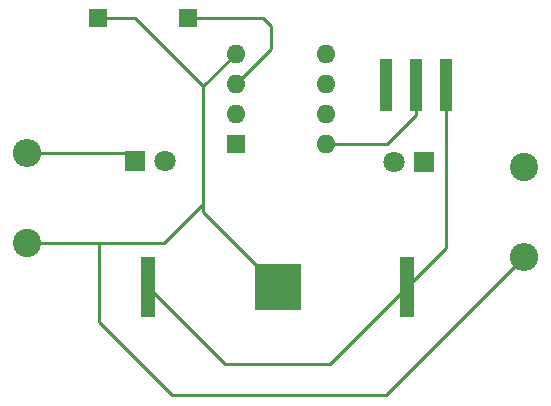
<source format=gbr>
%TF.GenerationSoftware,KiCad,Pcbnew,5.1.9+dfsg1-1*%
%TF.CreationDate,2021-10-11T10:55:51+01:00*%
%TF.ProjectId,pumpkin_jasmine,70756d70-6b69-46e5-9f6a-61736d696e65,rev?*%
%TF.SameCoordinates,Original*%
%TF.FileFunction,Copper,L2,Bot*%
%TF.FilePolarity,Positive*%
%FSLAX46Y46*%
G04 Gerber Fmt 4.6, Leading zero omitted, Abs format (unit mm)*
G04 Created by KiCad (PCBNEW 5.1.9+dfsg1-1) date 2021-10-11 10:55:51*
%MOMM*%
%LPD*%
G01*
G04 APERTURE LIST*
%TA.AperFunction,SMDPad,CuDef*%
%ADD10R,3.960000X3.960000*%
%TD*%
%TA.AperFunction,SMDPad,CuDef*%
%ADD11R,1.270000X5.080000*%
%TD*%
%TA.AperFunction,ComponentPad*%
%ADD12R,1.600000X1.600000*%
%TD*%
%TA.AperFunction,ComponentPad*%
%ADD13O,1.600000X1.600000*%
%TD*%
%TA.AperFunction,ComponentPad*%
%ADD14R,1.800000X1.800000*%
%TD*%
%TA.AperFunction,ComponentPad*%
%ADD15C,1.800000*%
%TD*%
%TA.AperFunction,ComponentPad*%
%ADD16O,2.400000X2.400000*%
%TD*%
%TA.AperFunction,ComponentPad*%
%ADD17C,2.400000*%
%TD*%
%TA.AperFunction,SMDPad,CuDef*%
%ADD18R,1.524000X1.524000*%
%TD*%
%TA.AperFunction,SMDPad,CuDef*%
%ADD19R,1.000000X4.500000*%
%TD*%
%TA.AperFunction,Conductor*%
%ADD20C,0.250000*%
%TD*%
G04 APERTURE END LIST*
D10*
%TO.P,BT1,2*%
%TO.N,Net-(BT1-Pad2)*%
X145694400Y-101955600D03*
D11*
%TO.P,BT1,1*%
%TO.N,Net-(BT1-Pad1)*%
X134709400Y-101955600D03*
X156679400Y-101955600D03*
%TD*%
D12*
%TO.P,U1,1*%
%TO.N,Net-(U1-Pad1)*%
X142176500Y-89827100D03*
D13*
%TO.P,U1,5*%
%TO.N,Net-(D1-Pad2)*%
X149796500Y-82207100D03*
%TO.P,U1,2*%
%TO.N,Net-(U1-Pad2)*%
X142176500Y-87287100D03*
%TO.P,U1,6*%
%TO.N,Net-(D2-Pad2)*%
X149796500Y-84747100D03*
%TO.P,U1,3*%
%TO.N,Net-(SW2-Pad1)*%
X142176500Y-84747100D03*
%TO.P,U1,7*%
%TO.N,Net-(U1-Pad7)*%
X149796500Y-87287100D03*
%TO.P,U1,4*%
%TO.N,Net-(BT1-Pad2)*%
X142176500Y-82207100D03*
%TO.P,U1,8*%
%TO.N,Net-(SW1-Pad2)*%
X149796500Y-89827100D03*
%TD*%
D14*
%TO.P,D1,1*%
%TO.N,Net-(D1-Pad1)*%
X133604000Y-91274900D03*
D15*
%TO.P,D1,2*%
%TO.N,Net-(D1-Pad2)*%
X136144000Y-91274900D03*
%TD*%
%TO.P,D2,2*%
%TO.N,Net-(D2-Pad2)*%
X155511500Y-91376500D03*
D14*
%TO.P,D2,1*%
%TO.N,Net-(D2-Pad1)*%
X158051500Y-91376500D03*
%TD*%
D16*
%TO.P,R1,2*%
%TO.N,Net-(BT1-Pad2)*%
X166535100Y-99453700D03*
D17*
%TO.P,R1,1*%
%TO.N,Net-(D2-Pad1)*%
X166535100Y-91833700D03*
%TD*%
%TO.P,R2,1*%
%TO.N,Net-(BT1-Pad2)*%
X124498100Y-98247200D03*
D16*
%TO.P,R2,2*%
%TO.N,Net-(D1-Pad1)*%
X124498100Y-90627200D03*
%TD*%
D18*
%TO.P,SW2,1*%
%TO.N,Net-(SW2-Pad1)*%
X138112500Y-79209900D03*
%TO.P,SW2,2*%
%TO.N,Net-(BT1-Pad2)*%
X130492500Y-79209900D03*
%TD*%
D19*
%TO.P,SW1,2*%
%TO.N,Net-(SW1-Pad2)*%
X157391100Y-84886800D03*
%TO.P,SW1,3*%
%TO.N,Net-(SW1-Pad3)*%
X154851100Y-84886800D03*
%TO.P,SW1,1*%
%TO.N,Net-(BT1-Pad1)*%
X159931100Y-84886800D03*
%TD*%
D20*
%TO.N,Net-(SW1-Pad2)*%
X154950800Y-89827100D02*
X149796500Y-89827100D01*
X157391100Y-87386800D02*
X154950800Y-89827100D01*
X157391100Y-84886800D02*
X157391100Y-87386800D01*
%TO.N,Net-(D1-Pad1)*%
X132956300Y-90627200D02*
X133604000Y-91274900D01*
X124498100Y-90627200D02*
X132956300Y-90627200D01*
%TO.N,Net-(SW2-Pad1)*%
X138112500Y-79209900D02*
X144411700Y-79209900D01*
X144411700Y-79209900D02*
X145097500Y-79895700D01*
X145097500Y-81826100D02*
X142176500Y-84747100D01*
X145097500Y-79895700D02*
X145097500Y-81826100D01*
%TO.N,Net-(BT1-Pad2)*%
X139395200Y-84988400D02*
X142176500Y-82207100D01*
X133616700Y-79209900D02*
X139395200Y-84988400D01*
X130492500Y-79209900D02*
X133616700Y-79209900D01*
X145694400Y-101955600D02*
X139382500Y-95643700D01*
X139395200Y-86931500D02*
X139395200Y-84988400D01*
X139382500Y-86944200D02*
X139395200Y-86931500D01*
X136093200Y-98247200D02*
X139382500Y-94957900D01*
X139382500Y-94957900D02*
X139382500Y-86944200D01*
X139382500Y-95643700D02*
X139382500Y-94957900D01*
X166535100Y-99453700D02*
X154889200Y-111099600D01*
X154889200Y-111099600D02*
X136753600Y-111099600D01*
X130594100Y-104940100D02*
X130594100Y-98247200D01*
X136753600Y-111099600D02*
X130594100Y-104940100D01*
X130594100Y-98247200D02*
X136093200Y-98247200D01*
X124498100Y-98247200D02*
X130594100Y-98247200D01*
%TO.N,Net-(BT1-Pad1)*%
X159931100Y-98703900D02*
X156679400Y-101955600D01*
X159931100Y-84886800D02*
X159931100Y-98703900D01*
X134709400Y-101955600D02*
X141224500Y-108470700D01*
X150164300Y-108470700D02*
X156679400Y-101955600D01*
X141224500Y-108470700D02*
X150164300Y-108470700D01*
%TD*%
M02*

</source>
